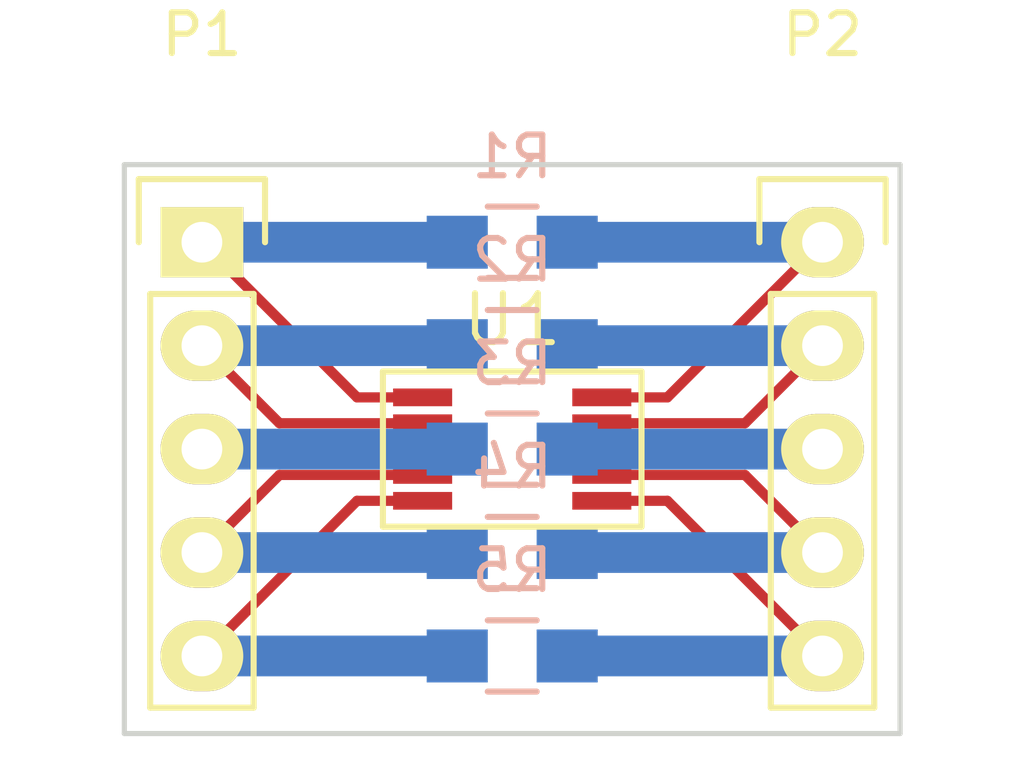
<source format=kicad_pcb>
(kicad_pcb (version 4) (host pcbnew 4.0.4+e1-6308~48~ubuntu14.04.1-stable)

  (general
    (links 20)
    (no_connects 0)
    (area 0 0 0 0)
    (thickness 1.6)
    (drawings 4)
    (tracks 28)
    (zones 0)
    (modules 8)
    (nets 11)
  )

  (page A4)
  (layers
    (0 F.Cu signal)
    (31 B.Cu signal)
    (32 B.Adhes user hide)
    (33 F.Adhes user hide)
    (34 B.Paste user hide)
    (35 F.Paste user hide)
    (36 B.SilkS user)
    (37 F.SilkS user)
    (38 B.Mask user hide)
    (39 F.Mask user hide)
    (40 Dwgs.User user)
    (41 Cmts.User user)
    (42 Eco1.User user)
    (43 Eco2.User user)
    (44 Edge.Cuts user)
    (45 Margin user)
    (46 B.CrtYd user)
    (47 F.CrtYd user)
    (48 B.Fab user)
    (49 F.Fab user)
  )

  (setup
    (last_trace_width 1)
    (user_trace_width 0.1524)
    (user_trace_width 0.2)
    (user_trace_width 0.25)
    (user_trace_width 0.3)
    (user_trace_width 0.4)
    (user_trace_width 0.5)
    (user_trace_width 0.6)
    (user_trace_width 0.8)
    (user_trace_width 1)
    (user_trace_width 1.2)
    (user_trace_width 1.5)
    (user_trace_width 2)
    (trace_clearance 0.254)
    (zone_clearance 0.1524)
    (zone_45_only no)
    (trace_min 0.1524)
    (segment_width 0.127)
    (edge_width 0.127)
    (via_size 0.6858)
    (via_drill 0.3302)
    (via_min_size 0.6858)
    (via_min_drill 0.3302)
    (uvia_size 0.508)
    (uvia_drill 0.127)
    (uvias_allowed no)
    (uvia_min_size 0.508)
    (uvia_min_drill 0.127)
    (pcb_text_width 0.127)
    (pcb_text_size 0.6 0.6)
    (mod_edge_width 0.127)
    (mod_text_size 0.6 0.6)
    (mod_text_width 0.127)
    (pad_size 1.524 1.524)
    (pad_drill 0.762)
    (pad_to_mask_clearance 0.05)
    (pad_to_paste_clearance -0.04)
    (aux_axis_origin 0 0)
    (visible_elements FFFCFF7F)
    (pcbplotparams
      (layerselection 0x3ffff_80000001)
      (usegerberextensions true)
      (usegerberattributes true)
      (excludeedgelayer true)
      (linewidth 0.127000)
      (plotframeref false)
      (viasonmask false)
      (mode 1)
      (useauxorigin false)
      (hpglpennumber 1)
      (hpglpenspeed 20)
      (hpglpendiameter 15)
      (hpglpenoverlay 2)
      (psnegative false)
      (psa4output false)
      (plotreference true)
      (plotvalue true)
      (plotinvisibletext false)
      (padsonsilk false)
      (subtractmaskfromsilk false)
      (outputformat 1)
      (mirror false)
      (drillshape 0)
      (scaleselection 1)
      (outputdirectory CAM/))
  )

  (net 0 "")
  (net 1 "Net-(P1-Pad1)")
  (net 2 "Net-(P1-Pad2)")
  (net 3 "Net-(P1-Pad3)")
  (net 4 "Net-(P1-Pad4)")
  (net 5 "Net-(P1-Pad5)")
  (net 6 "Net-(P2-Pad1)")
  (net 7 "Net-(P2-Pad2)")
  (net 8 "Net-(P2-Pad3)")
  (net 9 "Net-(P2-Pad4)")
  (net 10 "Net-(P2-Pad5)")

  (net_class Default "Dit is de standaard class."
    (clearance 0.254)
    (trace_width 0.254)
    (via_dia 0.6858)
    (via_drill 0.3302)
    (uvia_dia 0.508)
    (uvia_drill 0.127)
    (add_net "Net-(P1-Pad1)")
    (add_net "Net-(P1-Pad2)")
    (add_net "Net-(P1-Pad3)")
    (add_net "Net-(P1-Pad4)")
    (add_net "Net-(P1-Pad5)")
    (add_net "Net-(P2-Pad1)")
    (add_net "Net-(P2-Pad2)")
    (add_net "Net-(P2-Pad3)")
    (add_net "Net-(P2-Pad4)")
    (add_net "Net-(P2-Pad5)")
  )

  (net_class 0.2mm ""
    (clearance 0.2)
    (trace_width 0.2)
    (via_dia 0.6858)
    (via_drill 0.3302)
    (uvia_dia 0.508)
    (uvia_drill 0.127)
  )

  (net_class Minimal ""
    (clearance 0.1524)
    (trace_width 0.1524)
    (via_dia 0.6858)
    (via_drill 0.3302)
    (uvia_dia 0.508)
    (uvia_drill 0.127)
  )

  (module pins:pin-1x05-sq (layer F.Cu) (tedit 54EA0684) (tstamp 584B75FE)
    (at 139.7 106.68)
    (descr "Header pin. 2.54mm pitch. 1mm drills. Shape 1x05. Square pin 1.")
    (tags "pin header")
    (path /584A954A)
    (fp_text reference P1 (at 0 -5.1) (layer F.SilkS)
      (effects (font (size 1 1) (thickness 0.15)))
    )
    (fp_text value CONN_01X05 (at 0 -3.1) (layer F.Fab)
      (effects (font (size 1 1) (thickness 0.15)))
    )
    (fp_line (start -1.55 0) (end -1.55 -1.55) (layer F.SilkS) (width 0.15))
    (fp_line (start -1.55 -1.55) (end 1.55 -1.55) (layer F.SilkS) (width 0.15))
    (fp_line (start 1.55 -1.55) (end 1.55 0) (layer F.SilkS) (width 0.15))
    (fp_line (start -1.75 -1.75) (end -1.75 11.95) (layer F.CrtYd) (width 0.05))
    (fp_line (start 1.75 -1.75) (end 1.75 11.95) (layer F.CrtYd) (width 0.05))
    (fp_line (start -1.75 -1.75) (end 1.75 -1.75) (layer F.CrtYd) (width 0.05))
    (fp_line (start -1.75 11.95) (end 1.75 11.95) (layer F.CrtYd) (width 0.05))
    (fp_line (start 1.27 1.27) (end 1.27 11.43) (layer F.SilkS) (width 0.15))
    (fp_line (start 1.27 11.43) (end -1.27 11.43) (layer F.SilkS) (width 0.15))
    (fp_line (start -1.27 11.43) (end -1.27 1.27) (layer F.SilkS) (width 0.15))
    (fp_line (start 1.27 1.27) (end -1.27 1.27) (layer F.SilkS) (width 0.15))
    (pad 1 thru_hole rect (at 0 0) (size 2.032 1.727) (drill 1) (layers *.Cu *.Mask F.SilkS)
      (net 1 "Net-(P1-Pad1)"))
    (pad 2 thru_hole oval (at 0 2.54) (size 2.032 1.727) (drill 1) (layers *.Cu *.Mask F.SilkS)
      (net 2 "Net-(P1-Pad2)"))
    (pad 3 thru_hole oval (at 0 5.08) (size 2.032 1.727) (drill 1) (layers *.Cu *.Mask F.SilkS)
      (net 3 "Net-(P1-Pad3)"))
    (pad 4 thru_hole oval (at 0 7.62) (size 2.032 1.727) (drill 1) (layers *.Cu *.Mask F.SilkS)
      (net 4 "Net-(P1-Pad4)"))
    (pad 5 thru_hole oval (at 0 10.16) (size 2.032 1.727) (drill 1) (layers *.Cu *.Mask F.SilkS)
      (net 5 "Net-(P1-Pad5)"))
    (model Pin_Headers.3dshapes/Pin_Header_Straight_1x05.wrl
      (at (xyz 0 -0.2 0))
      (scale (xyz 1 1 1))
      (rotate (xyz 0 0 90))
    )
  )

  (module pins:pin-1x05 (layer F.Cu) (tedit 54EA0684) (tstamp 584B7612)
    (at 154.94 106.68)
    (descr "Header pin. 2.54mm pitch. 1mm drills. Shape 1x05.")
    (tags "pin header")
    (path /584A94E7)
    (fp_text reference P2 (at 0 -5.1) (layer F.SilkS)
      (effects (font (size 1 1) (thickness 0.15)))
    )
    (fp_text value CONN_01X05 (at 0 -3.1) (layer F.Fab)
      (effects (font (size 1 1) (thickness 0.15)))
    )
    (fp_line (start -1.55 0) (end -1.55 -1.55) (layer F.SilkS) (width 0.15))
    (fp_line (start -1.55 -1.55) (end 1.55 -1.55) (layer F.SilkS) (width 0.15))
    (fp_line (start 1.55 -1.55) (end 1.55 0) (layer F.SilkS) (width 0.15))
    (fp_line (start -1.75 -1.75) (end -1.75 11.95) (layer F.CrtYd) (width 0.05))
    (fp_line (start 1.75 -1.75) (end 1.75 11.95) (layer F.CrtYd) (width 0.05))
    (fp_line (start -1.75 -1.75) (end 1.75 -1.75) (layer F.CrtYd) (width 0.05))
    (fp_line (start -1.75 11.95) (end 1.75 11.95) (layer F.CrtYd) (width 0.05))
    (fp_line (start 1.27 1.27) (end 1.27 11.43) (layer F.SilkS) (width 0.15))
    (fp_line (start 1.27 11.43) (end -1.27 11.43) (layer F.SilkS) (width 0.15))
    (fp_line (start -1.27 11.43) (end -1.27 1.27) (layer F.SilkS) (width 0.15))
    (fp_line (start 1.27 1.27) (end -1.27 1.27) (layer F.SilkS) (width 0.15))
    (pad 1 thru_hole oval (at 0 0) (size 2.032 1.727) (drill 1) (layers *.Cu *.Mask F.SilkS)
      (net 6 "Net-(P2-Pad1)"))
    (pad 2 thru_hole oval (at 0 2.54) (size 2.032 1.727) (drill 1) (layers *.Cu *.Mask F.SilkS)
      (net 7 "Net-(P2-Pad2)"))
    (pad 3 thru_hole oval (at 0 5.08) (size 2.032 1.727) (drill 1) (layers *.Cu *.Mask F.SilkS)
      (net 8 "Net-(P2-Pad3)"))
    (pad 4 thru_hole oval (at 0 7.62) (size 2.032 1.727) (drill 1) (layers *.Cu *.Mask F.SilkS)
      (net 9 "Net-(P2-Pad4)"))
    (pad 5 thru_hole oval (at 0 10.16) (size 2.032 1.727) (drill 1) (layers *.Cu *.Mask F.SilkS)
      (net 10 "Net-(P2-Pad5)"))
    (model Pin_Headers.3dshapes/Pin_Header_Straight_1x05.wrl
      (at (xyz 0 -0.2 0))
      (scale (xyz 1 1 1))
      (rotate (xyz 0 0 90))
    )
  )

  (module Resistors_SMD:R_0805_HandSoldering (layer B.Cu) (tedit 54189DEE) (tstamp 584B7618)
    (at 147.32 106.68 180)
    (descr "Resistor SMD 0805, hand soldering")
    (tags "resistor 0805")
    (path /584A9714)
    (attr smd)
    (fp_text reference R1 (at 0 2.1 180) (layer B.SilkS)
      (effects (font (size 1 1) (thickness 0.15)) (justify mirror))
    )
    (fp_text value R (at 0 -2.1 180) (layer B.Fab)
      (effects (font (size 1 1) (thickness 0.15)) (justify mirror))
    )
    (fp_line (start -2.4 1) (end 2.4 1) (layer B.CrtYd) (width 0.05))
    (fp_line (start -2.4 -1) (end 2.4 -1) (layer B.CrtYd) (width 0.05))
    (fp_line (start -2.4 1) (end -2.4 -1) (layer B.CrtYd) (width 0.05))
    (fp_line (start 2.4 1) (end 2.4 -1) (layer B.CrtYd) (width 0.05))
    (fp_line (start 0.6 -0.875) (end -0.6 -0.875) (layer B.SilkS) (width 0.15))
    (fp_line (start -0.6 0.875) (end 0.6 0.875) (layer B.SilkS) (width 0.15))
    (pad 1 smd rect (at -1.35 0 180) (size 1.5 1.3) (layers B.Cu B.Paste B.Mask)
      (net 6 "Net-(P2-Pad1)"))
    (pad 2 smd rect (at 1.35 0 180) (size 1.5 1.3) (layers B.Cu B.Paste B.Mask)
      (net 1 "Net-(P1-Pad1)"))
    (model Resistors_SMD.3dshapes/R_0805_HandSoldering.wrl
      (at (xyz 0 0 0))
      (scale (xyz 1 1 1))
      (rotate (xyz 0 0 0))
    )
  )

  (module Resistors_SMD:R_0805_HandSoldering (layer B.Cu) (tedit 54189DEE) (tstamp 584B761E)
    (at 147.32 109.22 180)
    (descr "Resistor SMD 0805, hand soldering")
    (tags "resistor 0805")
    (path /584A97CB)
    (attr smd)
    (fp_text reference R2 (at 0 2.1 180) (layer B.SilkS)
      (effects (font (size 1 1) (thickness 0.15)) (justify mirror))
    )
    (fp_text value R (at 0 -2.1 180) (layer B.Fab)
      (effects (font (size 1 1) (thickness 0.15)) (justify mirror))
    )
    (fp_line (start -2.4 1) (end 2.4 1) (layer B.CrtYd) (width 0.05))
    (fp_line (start -2.4 -1) (end 2.4 -1) (layer B.CrtYd) (width 0.05))
    (fp_line (start -2.4 1) (end -2.4 -1) (layer B.CrtYd) (width 0.05))
    (fp_line (start 2.4 1) (end 2.4 -1) (layer B.CrtYd) (width 0.05))
    (fp_line (start 0.6 -0.875) (end -0.6 -0.875) (layer B.SilkS) (width 0.15))
    (fp_line (start -0.6 0.875) (end 0.6 0.875) (layer B.SilkS) (width 0.15))
    (pad 1 smd rect (at -1.35 0 180) (size 1.5 1.3) (layers B.Cu B.Paste B.Mask)
      (net 7 "Net-(P2-Pad2)"))
    (pad 2 smd rect (at 1.35 0 180) (size 1.5 1.3) (layers B.Cu B.Paste B.Mask)
      (net 2 "Net-(P1-Pad2)"))
    (model Resistors_SMD.3dshapes/R_0805_HandSoldering.wrl
      (at (xyz 0 0 0))
      (scale (xyz 1 1 1))
      (rotate (xyz 0 0 0))
    )
  )

  (module Resistors_SMD:R_0805_HandSoldering (layer B.Cu) (tedit 54189DEE) (tstamp 584B7624)
    (at 147.32 111.76 180)
    (descr "Resistor SMD 0805, hand soldering")
    (tags "resistor 0805")
    (path /584A97FC)
    (attr smd)
    (fp_text reference R3 (at 0 2.1 180) (layer B.SilkS)
      (effects (font (size 1 1) (thickness 0.15)) (justify mirror))
    )
    (fp_text value R (at 0 -2.1 180) (layer B.Fab)
      (effects (font (size 1 1) (thickness 0.15)) (justify mirror))
    )
    (fp_line (start -2.4 1) (end 2.4 1) (layer B.CrtYd) (width 0.05))
    (fp_line (start -2.4 -1) (end 2.4 -1) (layer B.CrtYd) (width 0.05))
    (fp_line (start -2.4 1) (end -2.4 -1) (layer B.CrtYd) (width 0.05))
    (fp_line (start 2.4 1) (end 2.4 -1) (layer B.CrtYd) (width 0.05))
    (fp_line (start 0.6 -0.875) (end -0.6 -0.875) (layer B.SilkS) (width 0.15))
    (fp_line (start -0.6 0.875) (end 0.6 0.875) (layer B.SilkS) (width 0.15))
    (pad 1 smd rect (at -1.35 0 180) (size 1.5 1.3) (layers B.Cu B.Paste B.Mask)
      (net 8 "Net-(P2-Pad3)"))
    (pad 2 smd rect (at 1.35 0 180) (size 1.5 1.3) (layers B.Cu B.Paste B.Mask)
      (net 3 "Net-(P1-Pad3)"))
    (model Resistors_SMD.3dshapes/R_0805_HandSoldering.wrl
      (at (xyz 0 0 0))
      (scale (xyz 1 1 1))
      (rotate (xyz 0 0 0))
    )
  )

  (module Resistors_SMD:R_0805_HandSoldering (layer B.Cu) (tedit 54189DEE) (tstamp 584B762A)
    (at 147.32 114.3 180)
    (descr "Resistor SMD 0805, hand soldering")
    (tags "resistor 0805")
    (path /584A9820)
    (attr smd)
    (fp_text reference R4 (at 0 2.1 180) (layer B.SilkS)
      (effects (font (size 1 1) (thickness 0.15)) (justify mirror))
    )
    (fp_text value R (at 0 -2.1 180) (layer B.Fab)
      (effects (font (size 1 1) (thickness 0.15)) (justify mirror))
    )
    (fp_line (start -2.4 1) (end 2.4 1) (layer B.CrtYd) (width 0.05))
    (fp_line (start -2.4 -1) (end 2.4 -1) (layer B.CrtYd) (width 0.05))
    (fp_line (start -2.4 1) (end -2.4 -1) (layer B.CrtYd) (width 0.05))
    (fp_line (start 2.4 1) (end 2.4 -1) (layer B.CrtYd) (width 0.05))
    (fp_line (start 0.6 -0.875) (end -0.6 -0.875) (layer B.SilkS) (width 0.15))
    (fp_line (start -0.6 0.875) (end 0.6 0.875) (layer B.SilkS) (width 0.15))
    (pad 1 smd rect (at -1.35 0 180) (size 1.5 1.3) (layers B.Cu B.Paste B.Mask)
      (net 9 "Net-(P2-Pad4)"))
    (pad 2 smd rect (at 1.35 0 180) (size 1.5 1.3) (layers B.Cu B.Paste B.Mask)
      (net 4 "Net-(P1-Pad4)"))
    (model Resistors_SMD.3dshapes/R_0805_HandSoldering.wrl
      (at (xyz 0 0 0))
      (scale (xyz 1 1 1))
      (rotate (xyz 0 0 0))
    )
  )

  (module Resistors_SMD:R_0805_HandSoldering (layer B.Cu) (tedit 54189DEE) (tstamp 584B7630)
    (at 147.32 116.84 180)
    (descr "Resistor SMD 0805, hand soldering")
    (tags "resistor 0805")
    (path /584A9847)
    (attr smd)
    (fp_text reference R5 (at 0 2.1 180) (layer B.SilkS)
      (effects (font (size 1 1) (thickness 0.15)) (justify mirror))
    )
    (fp_text value R (at 0 -2.1 180) (layer B.Fab)
      (effects (font (size 1 1) (thickness 0.15)) (justify mirror))
    )
    (fp_line (start -2.4 1) (end 2.4 1) (layer B.CrtYd) (width 0.05))
    (fp_line (start -2.4 -1) (end 2.4 -1) (layer B.CrtYd) (width 0.05))
    (fp_line (start -2.4 1) (end -2.4 -1) (layer B.CrtYd) (width 0.05))
    (fp_line (start 2.4 1) (end 2.4 -1) (layer B.CrtYd) (width 0.05))
    (fp_line (start 0.6 -0.875) (end -0.6 -0.875) (layer B.SilkS) (width 0.15))
    (fp_line (start -0.6 0.875) (end 0.6 0.875) (layer B.SilkS) (width 0.15))
    (pad 1 smd rect (at -1.35 0 180) (size 1.5 1.3) (layers B.Cu B.Paste B.Mask)
      (net 10 "Net-(P2-Pad5)"))
    (pad 2 smd rect (at 1.35 0 180) (size 1.5 1.3) (layers B.Cu B.Paste B.Mask)
      (net 5 "Net-(P1-Pad5)"))
    (model Resistors_SMD.3dshapes/R_0805_HandSoldering.wrl
      (at (xyz 0 0 0))
      (scale (xyz 1 1 1))
      (rotate (xyz 0 0 0))
    )
  )

  (module footprints:MSOP-10 (layer F.Cu) (tedit 584AAE05) (tstamp 584B763E)
    (at 147.32 111.76)
    (path /584A94AE)
    (fp_text reference U1 (at 0 -3.175) (layer F.SilkS)
      (effects (font (size 1.2 1.2) (thickness 0.15)))
    )
    (fp_text value IC10 (at 0 3.175) (layer F.Fab)
      (effects (font (size 1.2 1.2) (thickness 0.15)))
    )
    (fp_line (start 3.175 -1.905) (end -3.175 -1.905) (layer F.SilkS) (width 0.15))
    (fp_line (start -3.175 -1.905) (end -3.175 1.905) (layer F.SilkS) (width 0.15))
    (fp_line (start -3.175 1.905) (end 3.175 1.905) (layer F.SilkS) (width 0.15))
    (fp_line (start 3.175 1.905) (end 3.175 -1.905) (layer F.SilkS) (width 0.15))
    (fp_arc (start 0 -1.905) (end 0.635 -1.905) (angle 180) (layer B.Paste) (width 0.15))
    (pad 9 smd rect (at 2.2 -0.635 270) (size 0.435 1.45) (layers F.Cu F.Paste F.Mask)
      (net 7 "Net-(P2-Pad2)"))
    (pad 10 smd rect (at 2.2 -1.27 270) (size 0.435 1.45) (layers F.Cu F.Paste F.Mask)
      (net 6 "Net-(P2-Pad1)"))
    (pad 8 smd rect (at 2.2 0 270) (size 0.435 1.45) (layers F.Cu F.Paste F.Mask)
      (net 8 "Net-(P2-Pad3)"))
    (pad 1 smd rect (at -2.2 -1.27 270) (size 0.435 1.45) (layers F.Cu F.Paste F.Mask)
      (net 1 "Net-(P1-Pad1)"))
    (pad 7 smd rect (at 2.2 0.635 270) (size 0.435 1.45) (layers F.Cu F.Paste F.Mask)
      (net 9 "Net-(P2-Pad4)"))
    (pad 2 smd rect (at -2.2 -0.635 270) (size 0.435 1.45) (layers F.Cu F.Paste F.Mask)
      (net 2 "Net-(P1-Pad2)"))
    (pad 6 smd rect (at 2.2 1.27 270) (size 0.435 1.45) (layers F.Cu F.Paste F.Mask)
      (net 10 "Net-(P2-Pad5)"))
    (pad 3 smd rect (at -2.2 0 270) (size 0.435 1.45) (layers F.Cu F.Paste F.Mask)
      (net 3 "Net-(P1-Pad3)"))
    (pad 5 smd rect (at -2.2 1.27 270) (size 0.435 1.45) (layers F.Cu F.Paste F.Mask)
      (net 5 "Net-(P1-Pad5)"))
    (pad 4 smd rect (at -2.2 0.635 270) (size 0.435 1.45) (layers F.Cu F.Paste F.Mask)
      (net 4 "Net-(P1-Pad4)"))
  )

  (gr_line (start 156.845 104.775) (end 137.795 104.775) (angle 90) (layer Edge.Cuts) (width 0.127))
  (gr_line (start 156.845 118.745) (end 156.845 104.775) (angle 90) (layer Edge.Cuts) (width 0.127))
  (gr_line (start 137.795 118.745) (end 156.845 118.745) (angle 90) (layer Edge.Cuts) (width 0.127))
  (gr_line (start 137.795 104.775) (end 137.795 118.745) (angle 90) (layer Edge.Cuts) (width 0.127))

  (segment (start 139.7 106.68) (end 145.97 106.68) (width 1) (layer B.Cu) (net 1))
  (segment (start 145.12 110.49) (end 143.51 110.49) (width 0.25) (layer F.Cu) (net 1))
  (segment (start 143.51 110.49) (end 139.7 106.68) (width 0.25) (layer F.Cu) (net 1) (tstamp 584B778F))
  (segment (start 145.97 109.22) (end 139.7 109.22) (width 1) (layer B.Cu) (net 2))
  (segment (start 145.12 111.125) (end 141.605 111.125) (width 0.25) (layer F.Cu) (net 2))
  (segment (start 141.605 111.125) (end 139.7 109.22) (width 0.25) (layer F.Cu) (net 2) (tstamp 584B778C))
  (segment (start 139.7 111.76) (end 145.97 111.76) (width 1) (layer B.Cu) (net 3))
  (segment (start 145.12 111.76) (end 139.7 111.76) (width 0.25) (layer F.Cu) (net 3))
  (segment (start 145.97 114.3) (end 139.7 114.3) (width 1) (layer B.Cu) (net 4))
  (segment (start 145.12 112.395) (end 141.605 112.395) (width 0.25) (layer F.Cu) (net 4))
  (segment (start 141.605 112.395) (end 139.7 114.3) (width 0.25) (layer F.Cu) (net 4) (tstamp 584B7792))
  (segment (start 139.7 116.84) (end 145.97 116.84) (width 1) (layer B.Cu) (net 5))
  (segment (start 145.12 113.03) (end 143.51 113.03) (width 0.25) (layer F.Cu) (net 5))
  (segment (start 143.51 113.03) (end 139.7 116.84) (width 0.25) (layer F.Cu) (net 5) (tstamp 584B7795))
  (segment (start 148.67 106.68) (end 154.94 106.68) (width 1) (layer B.Cu) (net 6))
  (segment (start 149.52 110.49) (end 151.13 110.49) (width 0.25) (layer F.Cu) (net 6))
  (segment (start 151.13 110.49) (end 154.94 106.68) (width 0.25) (layer F.Cu) (net 6) (tstamp 584B77A3))
  (segment (start 154.94 109.22) (end 148.67 109.22) (width 1) (layer B.Cu) (net 7))
  (segment (start 149.52 111.125) (end 153.035 111.125) (width 0.25) (layer F.Cu) (net 7))
  (segment (start 153.035 111.125) (end 154.94 109.22) (width 0.25) (layer F.Cu) (net 7) (tstamp 584B77A0))
  (segment (start 148.67 111.76) (end 154.94 111.76) (width 1) (layer B.Cu) (net 8))
  (segment (start 149.52 111.76) (end 154.94 111.76) (width 0.25) (layer F.Cu) (net 8))
  (segment (start 154.94 114.3) (end 148.67 114.3) (width 1) (layer B.Cu) (net 9))
  (segment (start 149.52 112.395) (end 153.035 112.395) (width 0.25) (layer F.Cu) (net 9))
  (segment (start 153.035 112.395) (end 154.94 114.3) (width 0.25) (layer F.Cu) (net 9) (tstamp 584B779B))
  (segment (start 148.67 116.84) (end 154.94 116.84) (width 1) (layer B.Cu) (net 10))
  (segment (start 149.52 113.03) (end 151.13 113.03) (width 0.25) (layer F.Cu) (net 10))
  (segment (start 151.13 113.03) (end 154.94 116.84) (width 0.25) (layer F.Cu) (net 10) (tstamp 584B7798))

)

</source>
